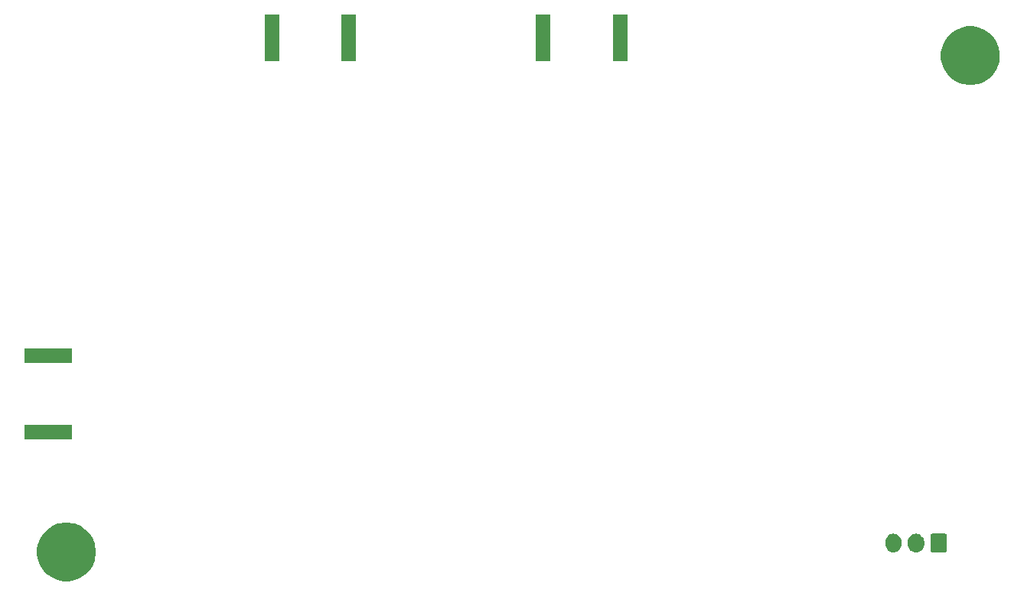
<source format=gbs>
G04 #@! TF.GenerationSoftware,KiCad,Pcbnew,(5.1.2)-1*
G04 #@! TF.CreationDate,2019-05-31T11:35:42+02:00*
G04 #@! TF.ProjectId,phasefreq,70686173-6566-4726-9571-2e6b69636164,rev?*
G04 #@! TF.SameCoordinates,Original*
G04 #@! TF.FileFunction,Soldermask,Bot*
G04 #@! TF.FilePolarity,Negative*
%FSLAX46Y46*%
G04 Gerber Fmt 4.6, Leading zero omitted, Abs format (unit mm)*
G04 Created by KiCad (PCBNEW (5.1.2)-1) date 2019-05-31 11:35:42*
%MOMM*%
%LPD*%
G04 APERTURE LIST*
%ADD10C,0.100000*%
G04 APERTURE END LIST*
D10*
G36*
X141634239Y-129311467D02*
G01*
X141948282Y-129373934D01*
X142539926Y-129619001D01*
X143072392Y-129974784D01*
X143525216Y-130427608D01*
X143880999Y-130960074D01*
X144126066Y-131551718D01*
X144175775Y-131801624D01*
X144251000Y-132179803D01*
X144251000Y-132820197D01*
X144188533Y-133134239D01*
X144126066Y-133448282D01*
X143880999Y-134039926D01*
X143525216Y-134572392D01*
X143072392Y-135025216D01*
X142539926Y-135380999D01*
X141948282Y-135626066D01*
X141634239Y-135688533D01*
X141320197Y-135751000D01*
X140679803Y-135751000D01*
X140365761Y-135688533D01*
X140051718Y-135626066D01*
X139460074Y-135380999D01*
X138927608Y-135025216D01*
X138474784Y-134572392D01*
X138119001Y-134039926D01*
X137873934Y-133448282D01*
X137811467Y-133134239D01*
X137749000Y-132820197D01*
X137749000Y-132179803D01*
X137824225Y-131801624D01*
X137873934Y-131551718D01*
X138119001Y-130960074D01*
X138474784Y-130427608D01*
X138927608Y-129974784D01*
X139460074Y-129619001D01*
X140051718Y-129373934D01*
X140365761Y-129311467D01*
X140679803Y-129249000D01*
X141320197Y-129249000D01*
X141634239Y-129311467D01*
X141634239Y-129311467D01*
G37*
G36*
X232676627Y-130487037D02*
G01*
X232846466Y-130538557D01*
X233002991Y-130622222D01*
X233038729Y-130651552D01*
X233140186Y-130734814D01*
X233223448Y-130836271D01*
X233252778Y-130872009D01*
X233336443Y-131028534D01*
X233387963Y-131198374D01*
X233401000Y-131330743D01*
X233401000Y-131669258D01*
X233387963Y-131801627D01*
X233336443Y-131971466D01*
X233252778Y-132127991D01*
X233234973Y-132149686D01*
X233140186Y-132265186D01*
X233002989Y-132377779D01*
X232857434Y-132455580D01*
X232846465Y-132461443D01*
X232676626Y-132512963D01*
X232500000Y-132530359D01*
X232323373Y-132512963D01*
X232153534Y-132461443D01*
X231997009Y-132377778D01*
X231954750Y-132343097D01*
X231859814Y-132265186D01*
X231747221Y-132127989D01*
X231663558Y-131971467D01*
X231663557Y-131971465D01*
X231612037Y-131801626D01*
X231599000Y-131669257D01*
X231599000Y-131330742D01*
X231612037Y-131198373D01*
X231663557Y-131028534D01*
X231747222Y-130872009D01*
X231859815Y-130734815D01*
X231997010Y-130622222D01*
X232153535Y-130538557D01*
X232323374Y-130487037D01*
X232500000Y-130469641D01*
X232676627Y-130487037D01*
X232676627Y-130487037D01*
G37*
G36*
X235176627Y-130487037D02*
G01*
X235346466Y-130538557D01*
X235502991Y-130622222D01*
X235538729Y-130651552D01*
X235640186Y-130734814D01*
X235723448Y-130836271D01*
X235752778Y-130872009D01*
X235836443Y-131028534D01*
X235887963Y-131198374D01*
X235901000Y-131330743D01*
X235901000Y-131669258D01*
X235887963Y-131801627D01*
X235836443Y-131971466D01*
X235752778Y-132127991D01*
X235734973Y-132149686D01*
X235640186Y-132265186D01*
X235502989Y-132377779D01*
X235357434Y-132455580D01*
X235346465Y-132461443D01*
X235176626Y-132512963D01*
X235000000Y-132530359D01*
X234823373Y-132512963D01*
X234653534Y-132461443D01*
X234497009Y-132377778D01*
X234454750Y-132343097D01*
X234359814Y-132265186D01*
X234247221Y-132127989D01*
X234163558Y-131971467D01*
X234163557Y-131971465D01*
X234112037Y-131801626D01*
X234099000Y-131669257D01*
X234099000Y-131330742D01*
X234112037Y-131198373D01*
X234163557Y-131028534D01*
X234247222Y-130872009D01*
X234359815Y-130734815D01*
X234497010Y-130622222D01*
X234653535Y-130538557D01*
X234823374Y-130487037D01*
X235000000Y-130469641D01*
X235176627Y-130487037D01*
X235176627Y-130487037D01*
G37*
G36*
X238258600Y-130477989D02*
G01*
X238291652Y-130488015D01*
X238322103Y-130504292D01*
X238348799Y-130526201D01*
X238370708Y-130552897D01*
X238386985Y-130583348D01*
X238397011Y-130616400D01*
X238401000Y-130656903D01*
X238401000Y-132343097D01*
X238397011Y-132383600D01*
X238386985Y-132416652D01*
X238370708Y-132447103D01*
X238348799Y-132473799D01*
X238322103Y-132495708D01*
X238291652Y-132511985D01*
X238258600Y-132522011D01*
X238218097Y-132526000D01*
X236781903Y-132526000D01*
X236741400Y-132522011D01*
X236708348Y-132511985D01*
X236677897Y-132495708D01*
X236651201Y-132473799D01*
X236629292Y-132447103D01*
X236613015Y-132416652D01*
X236602989Y-132383600D01*
X236599000Y-132343097D01*
X236599000Y-130656903D01*
X236602989Y-130616400D01*
X236613015Y-130583348D01*
X236629292Y-130552897D01*
X236651201Y-130526201D01*
X236677897Y-130504292D01*
X236708348Y-130488015D01*
X236741400Y-130477989D01*
X236781903Y-130474000D01*
X238218097Y-130474000D01*
X238258600Y-130477989D01*
X238258600Y-130477989D01*
G37*
G36*
X141591000Y-120051000D02*
G01*
X136409000Y-120051000D01*
X136409000Y-118449000D01*
X141591000Y-118449000D01*
X141591000Y-120051000D01*
X141591000Y-120051000D01*
G37*
G36*
X141591000Y-111551000D02*
G01*
X136409000Y-111551000D01*
X136409000Y-109949000D01*
X141591000Y-109949000D01*
X141591000Y-111551000D01*
X141591000Y-111551000D01*
G37*
G36*
X241634239Y-74311467D02*
G01*
X241948282Y-74373934D01*
X242539926Y-74619001D01*
X243072392Y-74974784D01*
X243525216Y-75427608D01*
X243880999Y-75960074D01*
X244126066Y-76551718D01*
X244126066Y-76551719D01*
X244251000Y-77179803D01*
X244251000Y-77820197D01*
X244197134Y-78091000D01*
X244126066Y-78448282D01*
X243880999Y-79039926D01*
X243525216Y-79572392D01*
X243072392Y-80025216D01*
X242539926Y-80380999D01*
X241948282Y-80626066D01*
X241634239Y-80688533D01*
X241320197Y-80751000D01*
X240679803Y-80751000D01*
X240365761Y-80688533D01*
X240051718Y-80626066D01*
X239460074Y-80380999D01*
X238927608Y-80025216D01*
X238474784Y-79572392D01*
X238119001Y-79039926D01*
X237873934Y-78448282D01*
X237802866Y-78091000D01*
X237749000Y-77820197D01*
X237749000Y-77179803D01*
X237873934Y-76551719D01*
X237873934Y-76551718D01*
X238119001Y-75960074D01*
X238474784Y-75427608D01*
X238927608Y-74974784D01*
X239460074Y-74619001D01*
X240051718Y-74373934D01*
X240365761Y-74311467D01*
X240679803Y-74249000D01*
X241320197Y-74249000D01*
X241634239Y-74311467D01*
X241634239Y-74311467D01*
G37*
G36*
X173051000Y-78091000D02*
G01*
X171449000Y-78091000D01*
X171449000Y-72909000D01*
X173051000Y-72909000D01*
X173051000Y-78091000D01*
X173051000Y-78091000D01*
G37*
G36*
X164551000Y-78091000D02*
G01*
X162949000Y-78091000D01*
X162949000Y-72909000D01*
X164551000Y-72909000D01*
X164551000Y-78091000D01*
X164551000Y-78091000D01*
G37*
G36*
X194551000Y-78091000D02*
G01*
X192949000Y-78091000D01*
X192949000Y-72909000D01*
X194551000Y-72909000D01*
X194551000Y-78091000D01*
X194551000Y-78091000D01*
G37*
G36*
X203051000Y-78091000D02*
G01*
X201449000Y-78091000D01*
X201449000Y-72909000D01*
X203051000Y-72909000D01*
X203051000Y-78091000D01*
X203051000Y-78091000D01*
G37*
M02*

</source>
